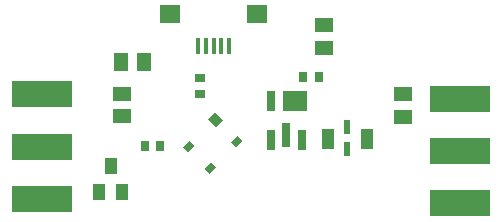
<source format=gtp>
G75*
%MOIN*%
%OFA0B0*%
%FSLAX25Y25*%
%IPPOS*%
%LPD*%
%AMOC8*
5,1,8,0,0,1.08239X$1,22.5*
%
%ADD10R,0.02756X0.03543*%
%ADD11R,0.03543X0.02756*%
%ADD12R,0.03937X0.05512*%
%ADD13R,0.02402X0.04902*%
%ADD14R,0.04094X0.07087*%
%ADD15R,0.05118X0.05906*%
%ADD16R,0.05906X0.05118*%
%ADD17R,0.07087X0.05906*%
%ADD18R,0.01575X0.05512*%
%ADD19R,0.03110X0.06614*%
%ADD20R,0.08110X0.06614*%
%ADD21R,0.03110X0.08307*%
%ADD22R,0.02362X0.03150*%
%ADD23R,0.03150X0.03543*%
%ADD24R,0.20000X0.09000*%
D10*
X0082798Y0038491D03*
X0087916Y0038491D03*
X0135672Y0061522D03*
X0140790Y0061522D03*
D11*
X0101144Y0061129D03*
X0101144Y0056010D03*
D12*
X0071498Y0031837D03*
X0067758Y0023176D03*
X0075239Y0023176D03*
D13*
X0150435Y0037605D03*
X0150435Y0044810D03*
D14*
X0144018Y0040853D03*
X0156853Y0040853D03*
D15*
X0082561Y0066562D03*
X0075081Y0066562D03*
D16*
X0075160Y0055932D03*
X0075160Y0048451D03*
X0142483Y0071325D03*
X0142483Y0078806D03*
X0169057Y0055814D03*
X0169057Y0048333D03*
D17*
X0120294Y0082625D03*
X0091286Y0082625D03*
D18*
X0100672Y0071995D03*
X0103231Y0071995D03*
X0105790Y0071995D03*
X0108349Y0071995D03*
X0110908Y0071995D03*
D19*
X0125002Y0053609D03*
X0125002Y0040617D03*
X0135239Y0040617D03*
D20*
X0132876Y0053609D03*
D21*
X0130120Y0042231D03*
D22*
G36*
X0113428Y0038126D02*
X0111758Y0039796D01*
X0113984Y0042022D01*
X0115654Y0040352D01*
X0113428Y0038126D01*
G37*
G36*
X0097837Y0040352D02*
X0099507Y0038682D01*
X0097281Y0036456D01*
X0095611Y0038126D01*
X0097837Y0040352D01*
G37*
G36*
X0104519Y0029218D02*
X0102849Y0030888D01*
X0105075Y0033114D01*
X0106745Y0031444D01*
X0104519Y0029218D01*
G37*
D23*
G36*
X0104102Y0047450D02*
X0106329Y0049677D01*
X0108832Y0047174D01*
X0106605Y0044947D01*
X0104102Y0047450D01*
G37*
D24*
X0048606Y0020933D03*
X0048606Y0038333D03*
X0048606Y0055733D03*
X0187934Y0054277D03*
X0187934Y0036877D03*
X0187934Y0019477D03*
M02*

</source>
